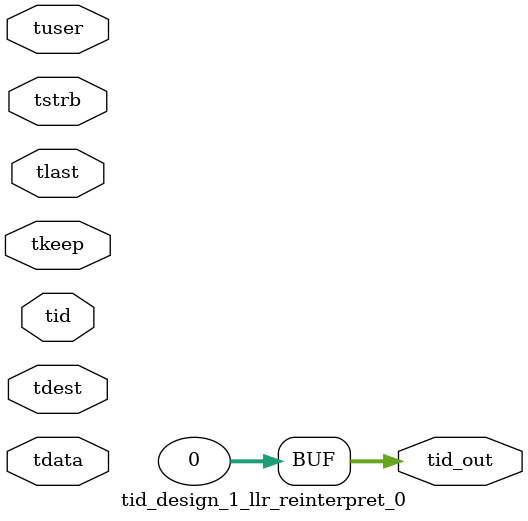
<source format=v>


`timescale 1ps/1ps

module tid_design_1_llr_reinterpret_0 #
(
parameter C_S_AXIS_TID_WIDTH   = 1,
parameter C_S_AXIS_TUSER_WIDTH = 0,
parameter C_S_AXIS_TDATA_WIDTH = 0,
parameter C_S_AXIS_TDEST_WIDTH = 0,
parameter C_M_AXIS_TID_WIDTH   = 32
)
(
input  [(C_S_AXIS_TID_WIDTH   == 0 ? 1 : C_S_AXIS_TID_WIDTH)-1:0       ] tid,
input  [(C_S_AXIS_TDATA_WIDTH == 0 ? 1 : C_S_AXIS_TDATA_WIDTH)-1:0     ] tdata,
input  [(C_S_AXIS_TUSER_WIDTH == 0 ? 1 : C_S_AXIS_TUSER_WIDTH)-1:0     ] tuser,
input  [(C_S_AXIS_TDEST_WIDTH == 0 ? 1 : C_S_AXIS_TDEST_WIDTH)-1:0     ] tdest,
input  [(C_S_AXIS_TDATA_WIDTH/8)-1:0 ] tkeep,
input  [(C_S_AXIS_TDATA_WIDTH/8)-1:0 ] tstrb,
input                                                                    tlast,
output [(C_M_AXIS_TID_WIDTH   == 0 ? 1 : C_M_AXIS_TID_WIDTH)-1:0       ] tid_out
);

assign tid_out = {1'b0};

endmodule


</source>
